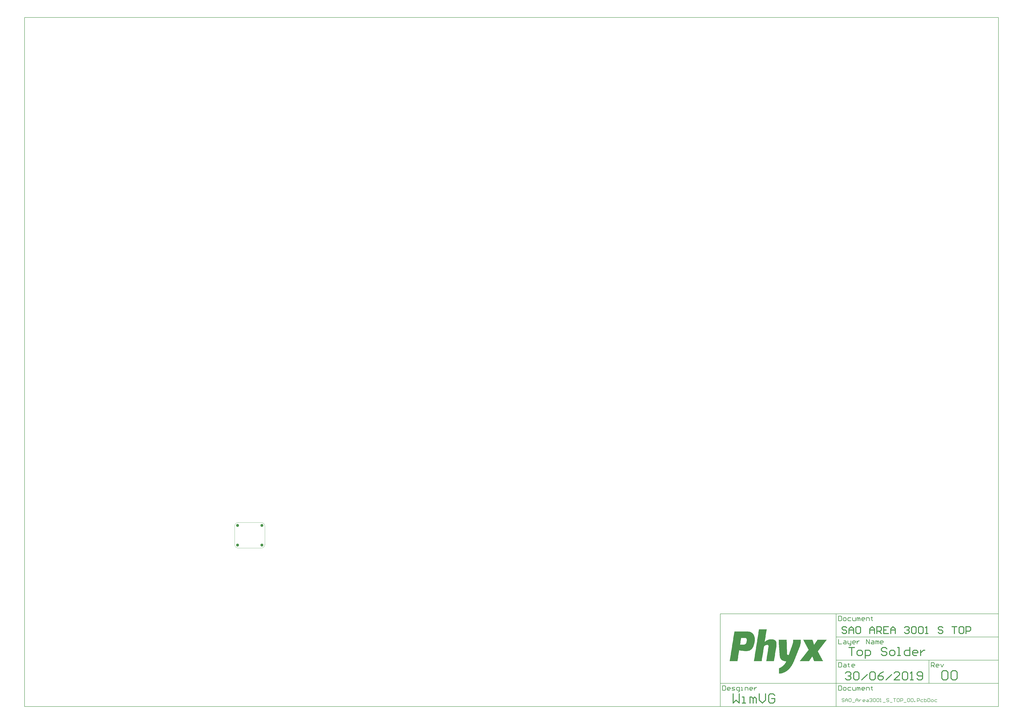
<source format=gts>
G04*
G04 #@! TF.GenerationSoftware,Altium Limited,Altium Designer,18.1.11 (251)*
G04*
G04 Layer_Color=8388736*
%FSLAX25Y25*%
%MOIN*%
G70*
G01*
G75*
%ADD10C,0.01575*%
%ADD11C,0.00394*%
%ADD12C,0.00787*%
%ADD13C,0.00984*%
%ADD14C,0.05118*%
G36*
X1005337Y-155808D02*
X1005050D01*
Y-156094D01*
X1004764D01*
Y-156380D01*
Y-156667D01*
X1004478D01*
Y-156953D01*
X1004192D01*
Y-157239D01*
X1003905D01*
Y-157526D01*
Y-157812D01*
X1003619D01*
Y-158098D01*
X1003333D01*
Y-158385D01*
X1003046D01*
Y-158671D01*
X1002760D01*
Y-158957D01*
Y-159244D01*
X1002474D01*
Y-159530D01*
X1002187D01*
Y-159816D01*
X1001901D01*
Y-160102D01*
Y-160389D01*
X1001615D01*
Y-160675D01*
X1001328D01*
Y-160961D01*
X1001042D01*
Y-161248D01*
X1000756D01*
Y-161534D01*
Y-161820D01*
X1000469D01*
Y-162107D01*
X1000183D01*
Y-162393D01*
X999897D01*
Y-162679D01*
Y-162966D01*
X999611D01*
Y-163252D01*
X999324D01*
Y-163538D01*
X999038D01*
Y-163824D01*
Y-164111D01*
X998752D01*
Y-164397D01*
X998465D01*
Y-164683D01*
X998179D01*
Y-164970D01*
X997893D01*
Y-165256D01*
Y-165542D01*
X997606D01*
Y-165829D01*
X997320D01*
Y-166115D01*
X997034D01*
Y-166401D01*
Y-166688D01*
X996747D01*
Y-166974D01*
X996461D01*
Y-167260D01*
X996175D01*
Y-167547D01*
Y-167833D01*
X995889D01*
Y-168119D01*
X995602D01*
Y-168405D01*
X995316D01*
Y-168692D01*
X995030D01*
Y-168978D01*
Y-169264D01*
X994743D01*
Y-169551D01*
X994457D01*
Y-169837D01*
X994171D01*
Y-170123D01*
Y-170410D01*
X993884D01*
Y-170696D01*
X993598D01*
Y-170982D01*
X993312D01*
Y-171269D01*
Y-171555D01*
X993025D01*
Y-171841D01*
X992739D01*
Y-172127D01*
X992453D01*
Y-172414D01*
X992166D01*
Y-172700D01*
Y-172986D01*
X991880D01*
Y-173273D01*
X991594D01*
Y-173559D01*
X991308D01*
Y-173845D01*
Y-174132D01*
X991021D01*
Y-174418D01*
X990735D01*
Y-174704D01*
X990449D01*
Y-174991D01*
X990162D01*
Y-175277D01*
Y-175563D01*
X990449D01*
Y-175850D01*
Y-176136D01*
X990735D01*
Y-176422D01*
Y-176709D01*
X991021D01*
Y-176995D01*
X991308D01*
Y-177281D01*
Y-177568D01*
X991594D01*
Y-177854D01*
Y-178140D01*
X991880D01*
Y-178426D01*
Y-178713D01*
X992166D01*
Y-178999D01*
Y-179285D01*
X992453D01*
Y-179572D01*
Y-179858D01*
X992739D01*
Y-180144D01*
Y-180431D01*
X993025D01*
Y-180717D01*
Y-181003D01*
X993312D01*
Y-181290D01*
Y-181576D01*
X993598D01*
Y-181862D01*
X993884D01*
Y-182149D01*
Y-182435D01*
X994171D01*
Y-182721D01*
Y-183007D01*
X994457D01*
Y-183294D01*
Y-183580D01*
X994743D01*
Y-183866D01*
Y-184153D01*
X995030D01*
Y-184439D01*
Y-184725D01*
X995316D01*
Y-185012D01*
Y-185298D01*
X995602D01*
Y-185584D01*
Y-185871D01*
X995889D01*
Y-186157D01*
X996175D01*
Y-186443D01*
Y-186730D01*
X996461D01*
Y-187016D01*
Y-187302D01*
X996747D01*
Y-187588D01*
Y-187875D01*
X997034D01*
Y-188161D01*
Y-188447D01*
X997320D01*
Y-188734D01*
Y-189020D01*
X997606D01*
Y-189306D01*
Y-189593D01*
X997893D01*
Y-189879D01*
Y-190165D01*
X998179D01*
Y-190452D01*
X998465D01*
Y-190738D01*
Y-191024D01*
X998752D01*
Y-191311D01*
Y-191597D01*
X999038D01*
Y-191883D01*
X983863D01*
Y-191597D01*
X983577D01*
Y-191311D01*
Y-191024D01*
Y-190738D01*
X983291D01*
Y-190452D01*
Y-190165D01*
Y-189879D01*
X983004D01*
Y-189593D01*
Y-189306D01*
X982718D01*
Y-189020D01*
Y-188734D01*
Y-188447D01*
X982432D01*
Y-188161D01*
Y-187875D01*
Y-187588D01*
X982146D01*
Y-187302D01*
Y-187016D01*
X981859D01*
Y-186730D01*
Y-186443D01*
Y-186157D01*
X981573D01*
Y-185871D01*
Y-185584D01*
Y-185298D01*
X981287D01*
Y-185012D01*
Y-184725D01*
Y-184439D01*
X981000D01*
Y-184153D01*
X980428D01*
Y-184439D01*
Y-184725D01*
X980141D01*
Y-185012D01*
X979855D01*
Y-185298D01*
Y-185584D01*
X979569D01*
Y-185871D01*
X979282D01*
Y-186157D01*
Y-186443D01*
X978996D01*
Y-186730D01*
X978710D01*
Y-187016D01*
Y-187302D01*
X978423D01*
Y-187588D01*
X978137D01*
Y-187875D01*
X977851D01*
Y-188161D01*
Y-188447D01*
X977565D01*
Y-188734D01*
X977278D01*
Y-189020D01*
Y-189306D01*
X976992D01*
Y-189593D01*
X976705D01*
Y-189879D01*
Y-190165D01*
X976419D01*
Y-190452D01*
X976133D01*
Y-190738D01*
Y-191024D01*
X975847D01*
Y-191311D01*
X975560D01*
Y-191597D01*
Y-191883D01*
X959527D01*
Y-191597D01*
X959813D01*
Y-191311D01*
X960099D01*
Y-191024D01*
X960386D01*
Y-190738D01*
X960672D01*
Y-190452D01*
Y-190165D01*
X960958D01*
Y-189879D01*
X961245D01*
Y-189593D01*
X961531D01*
Y-189306D01*
X961817D01*
Y-189020D01*
Y-188734D01*
X962104D01*
Y-188447D01*
X962390D01*
Y-188161D01*
X962676D01*
Y-187875D01*
Y-187588D01*
X962963D01*
Y-187302D01*
X963249D01*
Y-187016D01*
X963535D01*
Y-186730D01*
X963822D01*
Y-186443D01*
Y-186157D01*
X964108D01*
Y-185871D01*
X964394D01*
Y-185584D01*
X964680D01*
Y-185298D01*
X964967D01*
Y-185012D01*
Y-184725D01*
X965253D01*
Y-184439D01*
X965539D01*
Y-184153D01*
X965826D01*
Y-183866D01*
Y-183580D01*
X966112D01*
Y-183294D01*
X966398D01*
Y-183007D01*
X966685D01*
Y-182721D01*
X966971D01*
Y-182435D01*
Y-182149D01*
X967257D01*
Y-181862D01*
X967544D01*
Y-181576D01*
X967830D01*
Y-181290D01*
Y-181003D01*
X968116D01*
Y-180717D01*
X968402D01*
Y-180431D01*
X968689D01*
Y-180144D01*
X968975D01*
Y-179858D01*
Y-179572D01*
X969261D01*
Y-179285D01*
X969548D01*
Y-178999D01*
X969834D01*
Y-178713D01*
Y-178426D01*
X970120D01*
Y-178140D01*
X970407D01*
Y-177854D01*
X970693D01*
Y-177568D01*
X970979D01*
Y-177281D01*
Y-176995D01*
X971266D01*
Y-176709D01*
X971552D01*
Y-176422D01*
X971838D01*
Y-176136D01*
X972124D01*
Y-175850D01*
Y-175563D01*
X972411D01*
Y-175277D01*
X972697D01*
Y-174991D01*
X972983D01*
Y-174704D01*
Y-174418D01*
X973270D01*
Y-174132D01*
X973556D01*
Y-173845D01*
X973842D01*
Y-173559D01*
X974129D01*
Y-173273D01*
Y-172986D01*
X974415D01*
Y-172700D01*
Y-172414D01*
Y-172127D01*
X974129D01*
Y-171841D01*
X973842D01*
Y-171555D01*
Y-171269D01*
X973556D01*
Y-170982D01*
Y-170696D01*
X973270D01*
Y-170410D01*
Y-170123D01*
X972983D01*
Y-169837D01*
Y-169551D01*
X972697D01*
Y-169264D01*
Y-168978D01*
X972411D01*
Y-168692D01*
Y-168405D01*
X972124D01*
Y-168119D01*
X971838D01*
Y-167833D01*
Y-167547D01*
X971552D01*
Y-167260D01*
Y-166974D01*
X971266D01*
Y-166688D01*
Y-166401D01*
X970979D01*
Y-166115D01*
Y-165829D01*
X970693D01*
Y-165542D01*
Y-165256D01*
X970407D01*
Y-164970D01*
Y-164683D01*
X970120D01*
Y-164397D01*
X969834D01*
Y-164111D01*
Y-163824D01*
X969548D01*
Y-163538D01*
Y-163252D01*
X969261D01*
Y-162966D01*
Y-162679D01*
X968975D01*
Y-162393D01*
Y-162107D01*
X968689D01*
Y-161820D01*
Y-161534D01*
X968402D01*
Y-161248D01*
Y-160961D01*
X968116D01*
Y-160675D01*
Y-160389D01*
X967830D01*
Y-160102D01*
X967544D01*
Y-159816D01*
Y-159530D01*
X967257D01*
Y-159244D01*
Y-158957D01*
X966971D01*
Y-158671D01*
Y-158385D01*
X966685D01*
Y-158098D01*
Y-157812D01*
X966398D01*
Y-157526D01*
Y-157239D01*
X966112D01*
Y-156953D01*
Y-156667D01*
X965826D01*
Y-156380D01*
X965539D01*
Y-156094D01*
Y-155808D01*
X965253D01*
Y-155521D01*
X981000D01*
Y-155808D01*
X981287D01*
Y-156094D01*
Y-156380D01*
Y-156667D01*
X981573D01*
Y-156953D01*
Y-157239D01*
Y-157526D01*
X981859D01*
Y-157812D01*
Y-158098D01*
Y-158385D01*
X982146D01*
Y-158671D01*
Y-158957D01*
Y-159244D01*
X982432D01*
Y-159530D01*
Y-159816D01*
Y-160102D01*
X982718D01*
Y-160389D01*
Y-160675D01*
Y-160961D01*
X983004D01*
Y-161248D01*
Y-161534D01*
Y-161820D01*
X983291D01*
Y-162107D01*
Y-162393D01*
Y-162679D01*
X983577D01*
Y-162966D01*
Y-163252D01*
Y-163538D01*
Y-163824D01*
X984150D01*
Y-163538D01*
X984436D01*
Y-163252D01*
X984722D01*
Y-162966D01*
Y-162679D01*
X985009D01*
Y-162393D01*
X985295D01*
Y-162107D01*
Y-161820D01*
X985581D01*
Y-161534D01*
X985868D01*
Y-161248D01*
Y-160961D01*
X986154D01*
Y-160675D01*
X986440D01*
Y-160389D01*
Y-160102D01*
X986726D01*
Y-159816D01*
X987013D01*
Y-159530D01*
Y-159244D01*
X987299D01*
Y-158957D01*
X987585D01*
Y-158671D01*
Y-158385D01*
X987872D01*
Y-158098D01*
X988158D01*
Y-157812D01*
Y-157526D01*
X988444D01*
Y-157239D01*
X988731D01*
Y-156953D01*
Y-156667D01*
X989017D01*
Y-156380D01*
X989303D01*
Y-156094D01*
Y-155808D01*
X989590D01*
Y-155521D01*
X1005337D01*
Y-155808D01*
D02*
G37*
G36*
X872201Y-141778D02*
X873919D01*
Y-142065D01*
X874778D01*
Y-142351D01*
X875637D01*
Y-142637D01*
X876496D01*
Y-142924D01*
X877069D01*
Y-143210D01*
X877355D01*
Y-143496D01*
X877928D01*
Y-143783D01*
X878214D01*
Y-144069D01*
X878786D01*
Y-144355D01*
X879073D01*
Y-144641D01*
X879359D01*
Y-144928D01*
X879646D01*
Y-145214D01*
X879932D01*
Y-145501D01*
X880218D01*
Y-145787D01*
X880504D01*
Y-146073D01*
Y-146359D01*
X880791D01*
Y-146646D01*
X881077D01*
Y-146932D01*
Y-147218D01*
X881363D01*
Y-147505D01*
X881650D01*
Y-147791D01*
Y-148077D01*
X881936D01*
Y-148364D01*
Y-148650D01*
Y-148936D01*
X882222D01*
Y-149223D01*
Y-149509D01*
Y-149795D01*
X882509D01*
Y-150082D01*
Y-150368D01*
Y-150654D01*
Y-150940D01*
X882795D01*
Y-151227D01*
Y-151513D01*
Y-151799D01*
Y-152086D01*
Y-152372D01*
X883081D01*
Y-152658D01*
Y-152945D01*
Y-153231D01*
Y-153517D01*
Y-153804D01*
Y-154090D01*
Y-154376D01*
Y-154663D01*
Y-154949D01*
Y-155235D01*
Y-155521D01*
Y-155808D01*
Y-156094D01*
Y-156380D01*
Y-156667D01*
Y-156953D01*
Y-157239D01*
Y-157526D01*
Y-157812D01*
Y-158098D01*
X882795D01*
Y-158385D01*
Y-158671D01*
Y-158957D01*
Y-159244D01*
Y-159530D01*
Y-159816D01*
Y-160102D01*
X882509D01*
Y-160389D01*
Y-160675D01*
Y-160961D01*
Y-161248D01*
Y-161534D01*
X882222D01*
Y-161820D01*
Y-162107D01*
Y-162393D01*
Y-162679D01*
Y-162966D01*
X881936D01*
Y-163252D01*
Y-163538D01*
Y-163824D01*
X881650D01*
Y-164111D01*
Y-164397D01*
Y-164683D01*
Y-164970D01*
X881363D01*
Y-165256D01*
Y-165542D01*
Y-165829D01*
X881077D01*
Y-166115D01*
Y-166401D01*
X880791D01*
Y-166688D01*
Y-166974D01*
Y-167260D01*
X880504D01*
Y-167547D01*
Y-167833D01*
X880218D01*
Y-168119D01*
Y-168405D01*
X879932D01*
Y-168692D01*
Y-168978D01*
X879646D01*
Y-169264D01*
X879359D01*
Y-169551D01*
Y-169837D01*
X879073D01*
Y-170123D01*
X878786D01*
Y-170410D01*
X878500D01*
Y-170696D01*
Y-170982D01*
X878214D01*
Y-171269D01*
X877928D01*
Y-171555D01*
X877641D01*
Y-171841D01*
X877355D01*
Y-172127D01*
X877069D01*
Y-172414D01*
X876496D01*
Y-172700D01*
X876210D01*
Y-172986D01*
X875637D01*
Y-173273D01*
X875351D01*
Y-173559D01*
X874778D01*
Y-173845D01*
X873919D01*
Y-174132D01*
X873060D01*
Y-174418D01*
X872201D01*
Y-174704D01*
X870483D01*
Y-174991D01*
X865330D01*
Y-174704D01*
X862753D01*
Y-174418D01*
X860749D01*
Y-174132D01*
X859317D01*
Y-173845D01*
X857886D01*
Y-173559D01*
X856454D01*
Y-173845D01*
Y-174132D01*
Y-174418D01*
Y-174704D01*
Y-174991D01*
Y-175277D01*
Y-175563D01*
X856168D01*
Y-175850D01*
Y-176136D01*
Y-176422D01*
Y-176709D01*
Y-176995D01*
Y-177281D01*
X855882D01*
Y-177568D01*
Y-177854D01*
Y-178140D01*
Y-178426D01*
Y-178713D01*
Y-178999D01*
X855595D01*
Y-179285D01*
Y-179572D01*
Y-179858D01*
Y-180144D01*
Y-180431D01*
Y-180717D01*
Y-181003D01*
X855309D01*
Y-181290D01*
Y-181576D01*
Y-181862D01*
Y-182149D01*
Y-182435D01*
Y-182721D01*
X855023D01*
Y-183007D01*
Y-183294D01*
Y-183580D01*
Y-183866D01*
Y-184153D01*
Y-184439D01*
X854736D01*
Y-184725D01*
Y-185012D01*
Y-185298D01*
Y-185584D01*
Y-185871D01*
Y-186157D01*
Y-186443D01*
X854450D01*
Y-186730D01*
Y-187016D01*
Y-187302D01*
Y-187588D01*
Y-187875D01*
Y-188161D01*
X854164D01*
Y-188447D01*
Y-188734D01*
Y-189020D01*
Y-189306D01*
Y-189593D01*
Y-189879D01*
X853877D01*
Y-190165D01*
Y-190452D01*
Y-190738D01*
Y-191024D01*
Y-191311D01*
Y-191597D01*
Y-191883D01*
X840421D01*
Y-191597D01*
X840707D01*
Y-191311D01*
Y-191024D01*
Y-190738D01*
Y-190452D01*
Y-190165D01*
X840993D01*
Y-189879D01*
Y-189593D01*
Y-189306D01*
Y-189020D01*
Y-188734D01*
Y-188447D01*
Y-188161D01*
X841280D01*
Y-187875D01*
Y-187588D01*
Y-187302D01*
Y-187016D01*
Y-186730D01*
Y-186443D01*
X841566D01*
Y-186157D01*
Y-185871D01*
Y-185584D01*
Y-185298D01*
Y-185012D01*
Y-184725D01*
X841852D01*
Y-184439D01*
Y-184153D01*
Y-183866D01*
Y-183580D01*
Y-183294D01*
Y-183007D01*
Y-182721D01*
X842138D01*
Y-182435D01*
Y-182149D01*
Y-181862D01*
Y-181576D01*
Y-181290D01*
Y-181003D01*
X842425D01*
Y-180717D01*
Y-180431D01*
Y-180144D01*
Y-179858D01*
Y-179572D01*
Y-179285D01*
X842711D01*
Y-178999D01*
Y-178713D01*
Y-178426D01*
Y-178140D01*
Y-177854D01*
Y-177568D01*
X842997D01*
Y-177281D01*
Y-176995D01*
Y-176709D01*
Y-176422D01*
Y-176136D01*
Y-175850D01*
Y-175563D01*
X843284D01*
Y-175277D01*
Y-174991D01*
Y-174704D01*
Y-174418D01*
Y-174132D01*
Y-173845D01*
X843570D01*
Y-173559D01*
Y-173273D01*
Y-172986D01*
Y-172700D01*
Y-172414D01*
Y-172127D01*
X843856D01*
Y-171841D01*
Y-171555D01*
Y-171269D01*
Y-170982D01*
Y-170696D01*
Y-170410D01*
X844143D01*
Y-170123D01*
Y-169837D01*
Y-169551D01*
Y-169264D01*
Y-168978D01*
Y-168692D01*
Y-168405D01*
X844429D01*
Y-168119D01*
Y-167833D01*
Y-167547D01*
Y-167260D01*
Y-166974D01*
Y-166688D01*
X844715D01*
Y-166401D01*
Y-166115D01*
Y-165829D01*
Y-165542D01*
Y-165256D01*
Y-164970D01*
X845002D01*
Y-164683D01*
Y-164397D01*
Y-164111D01*
Y-163824D01*
Y-163538D01*
Y-163252D01*
Y-162966D01*
X845288D01*
Y-162679D01*
Y-162393D01*
Y-162107D01*
Y-161820D01*
Y-161534D01*
Y-161248D01*
X845574D01*
Y-160961D01*
Y-160675D01*
Y-160389D01*
Y-160102D01*
Y-159816D01*
Y-159530D01*
X845861D01*
Y-159244D01*
Y-158957D01*
Y-158671D01*
Y-158385D01*
Y-158098D01*
Y-157812D01*
X846147D01*
Y-157526D01*
Y-157239D01*
Y-156953D01*
Y-156667D01*
Y-156380D01*
Y-156094D01*
Y-155808D01*
X846433D01*
Y-155521D01*
Y-155235D01*
Y-154949D01*
Y-154663D01*
Y-154376D01*
Y-154090D01*
X846719D01*
Y-153804D01*
Y-153517D01*
Y-153231D01*
Y-152945D01*
Y-152658D01*
Y-152372D01*
X847006D01*
Y-152086D01*
Y-151799D01*
Y-151513D01*
Y-151227D01*
Y-150940D01*
Y-150654D01*
Y-150368D01*
X847292D01*
Y-150082D01*
Y-149795D01*
Y-149509D01*
Y-149223D01*
Y-148936D01*
Y-148650D01*
X847578D01*
Y-148364D01*
Y-148077D01*
Y-147791D01*
Y-147505D01*
Y-147218D01*
Y-146932D01*
X847865D01*
Y-146646D01*
Y-146359D01*
Y-146073D01*
Y-145787D01*
Y-145501D01*
Y-145214D01*
Y-144928D01*
X848151D01*
Y-144641D01*
Y-144355D01*
Y-144069D01*
Y-143783D01*
Y-143496D01*
Y-143210D01*
X848437D01*
Y-142924D01*
Y-142637D01*
Y-142351D01*
Y-142065D01*
Y-141778D01*
Y-141492D01*
X872201D01*
Y-141778D01*
D02*
G37*
G36*
X961245Y-155808D02*
Y-156094D01*
Y-156380D01*
Y-156667D01*
Y-156953D01*
Y-157239D01*
Y-157526D01*
Y-157812D01*
Y-158098D01*
Y-158385D01*
Y-158671D01*
Y-158957D01*
Y-159244D01*
Y-159530D01*
Y-159816D01*
Y-160102D01*
Y-160389D01*
Y-160675D01*
Y-160961D01*
Y-161248D01*
Y-161534D01*
X960958D01*
Y-161820D01*
Y-162107D01*
Y-162393D01*
Y-162679D01*
Y-162966D01*
X960672D01*
Y-163252D01*
Y-163538D01*
Y-163824D01*
Y-164111D01*
X960386D01*
Y-164397D01*
Y-164683D01*
Y-164970D01*
Y-165256D01*
X960099D01*
Y-165542D01*
Y-165829D01*
Y-166115D01*
X959813D01*
Y-166401D01*
Y-166688D01*
Y-166974D01*
X959527D01*
Y-167260D01*
Y-167547D01*
Y-167833D01*
X959241D01*
Y-168119D01*
Y-168405D01*
Y-168692D01*
X958954D01*
Y-168978D01*
Y-169264D01*
X958668D01*
Y-169551D01*
Y-169837D01*
X958381D01*
Y-170123D01*
Y-170410D01*
Y-170696D01*
X958095D01*
Y-170982D01*
Y-171269D01*
X957809D01*
Y-171555D01*
Y-171841D01*
Y-172127D01*
X957523D01*
Y-172414D01*
Y-172700D01*
X957236D01*
Y-172986D01*
Y-173273D01*
Y-173559D01*
X956950D01*
Y-173845D01*
Y-174132D01*
X956664D01*
Y-174418D01*
Y-174704D01*
Y-174991D01*
X956377D01*
Y-175277D01*
Y-175563D01*
X956091D01*
Y-175850D01*
Y-176136D01*
Y-176422D01*
X955805D01*
Y-176709D01*
Y-176995D01*
X955518D01*
Y-177281D01*
Y-177568D01*
Y-177854D01*
X955232D01*
Y-178140D01*
Y-178426D01*
X954946D01*
Y-178713D01*
Y-178999D01*
Y-179285D01*
X954659D01*
Y-179572D01*
Y-179858D01*
X954373D01*
Y-180144D01*
Y-180431D01*
Y-180717D01*
X954087D01*
Y-181003D01*
Y-181290D01*
X953800D01*
Y-181576D01*
Y-181862D01*
Y-182149D01*
X953514D01*
Y-182435D01*
Y-182721D01*
X953228D01*
Y-183007D01*
Y-183294D01*
Y-183580D01*
X952942D01*
Y-183866D01*
Y-184153D01*
X952655D01*
Y-184439D01*
Y-184725D01*
Y-185012D01*
X952369D01*
Y-185298D01*
Y-185584D01*
X952083D01*
Y-185871D01*
Y-186157D01*
Y-186443D01*
X951796D01*
Y-186730D01*
Y-187016D01*
X951510D01*
Y-187302D01*
Y-187588D01*
Y-187875D01*
X951224D01*
Y-188161D01*
Y-188447D01*
X950937D01*
Y-188734D01*
Y-189020D01*
Y-189306D01*
X950651D01*
Y-189593D01*
Y-189879D01*
X950365D01*
Y-190165D01*
Y-190452D01*
Y-190738D01*
X950078D01*
Y-191024D01*
Y-191311D01*
X949792D01*
Y-191597D01*
Y-191883D01*
Y-192169D01*
X949506D01*
Y-192456D01*
Y-192742D01*
X949220D01*
Y-193028D01*
Y-193315D01*
X948933D01*
Y-193601D01*
Y-193887D01*
X948647D01*
Y-194174D01*
Y-194460D01*
Y-194746D01*
X948361D01*
Y-195033D01*
X948074D01*
Y-195319D01*
Y-195605D01*
Y-195891D01*
X947788D01*
Y-196178D01*
X947502D01*
Y-196464D01*
Y-196750D01*
X947215D01*
Y-197037D01*
Y-197323D01*
X946929D01*
Y-197609D01*
Y-197896D01*
X946643D01*
Y-198182D01*
Y-198468D01*
X946356D01*
Y-198755D01*
X946070D01*
Y-199041D01*
Y-199327D01*
X945784D01*
Y-199614D01*
Y-199900D01*
X945497D01*
Y-200186D01*
X945211D01*
Y-200472D01*
X944925D01*
Y-200759D01*
Y-201045D01*
X944639D01*
Y-201331D01*
X944352D01*
Y-201618D01*
Y-201904D01*
X944066D01*
Y-202190D01*
X943780D01*
Y-202477D01*
X943493D01*
Y-202763D01*
Y-203049D01*
X943207D01*
Y-203336D01*
X942921D01*
Y-203622D01*
X942634D01*
Y-203908D01*
X942348D01*
Y-204195D01*
X942062D01*
Y-204481D01*
Y-204767D01*
X941775D01*
Y-205053D01*
X941489D01*
Y-205340D01*
X941203D01*
Y-205626D01*
X940916D01*
Y-205912D01*
X940630D01*
Y-206199D01*
X940344D01*
Y-206485D01*
X940057D01*
Y-206771D01*
X939485D01*
Y-207058D01*
X939199D01*
Y-207344D01*
X938912D01*
Y-207630D01*
X938626D01*
Y-207917D01*
X938340D01*
Y-208203D01*
X937767D01*
Y-208489D01*
X937481D01*
Y-208776D01*
X936908D01*
Y-209062D01*
X936622D01*
Y-209348D01*
X936049D01*
Y-209634D01*
X935763D01*
Y-209921D01*
X935190D01*
Y-210207D01*
X934618D01*
Y-210493D01*
X934045D01*
Y-210780D01*
X933472D01*
Y-211066D01*
X932900D01*
Y-211352D01*
X932041D01*
Y-211639D01*
X931468D01*
Y-211925D01*
X930609D01*
Y-212211D01*
X929464D01*
Y-212498D01*
X928319D01*
Y-212784D01*
X926601D01*
Y-213070D01*
X924597D01*
Y-213357D01*
X924310D01*
Y-213070D01*
Y-212784D01*
Y-212498D01*
Y-212211D01*
Y-211925D01*
Y-211639D01*
Y-211352D01*
Y-211066D01*
Y-210780D01*
Y-210493D01*
Y-210207D01*
Y-209921D01*
Y-209634D01*
Y-209348D01*
Y-209062D01*
Y-208776D01*
Y-208489D01*
Y-208203D01*
Y-207917D01*
Y-207630D01*
Y-207344D01*
Y-207058D01*
Y-206771D01*
Y-206485D01*
Y-206199D01*
Y-205912D01*
Y-205626D01*
Y-205340D01*
Y-205053D01*
Y-204767D01*
Y-204481D01*
Y-204195D01*
Y-203908D01*
X924883D01*
Y-203622D01*
X925455D01*
Y-203336D01*
X926028D01*
Y-203049D01*
X926601D01*
Y-202763D01*
X927173D01*
Y-202477D01*
X927746D01*
Y-202190D01*
X928032D01*
Y-201904D01*
X928605D01*
Y-201618D01*
X928891D01*
Y-201331D01*
X929464D01*
Y-201045D01*
X929750D01*
Y-200759D01*
X930037D01*
Y-200472D01*
X930609D01*
Y-200186D01*
X930896D01*
Y-199900D01*
X931182D01*
Y-199614D01*
X931468D01*
Y-199327D01*
X931754D01*
Y-199041D01*
X932041D01*
Y-198755D01*
X932327D01*
Y-198468D01*
X932613D01*
Y-198182D01*
X932900D01*
Y-197896D01*
X933186D01*
Y-197609D01*
X933472D01*
Y-197323D01*
X933759D01*
Y-197037D01*
Y-196750D01*
X934045D01*
Y-196464D01*
X934331D01*
Y-196178D01*
X934618D01*
Y-195891D01*
Y-195605D01*
X934904D01*
Y-195319D01*
X935190D01*
Y-195033D01*
Y-194746D01*
X935476D01*
Y-194460D01*
Y-194174D01*
X935763D01*
Y-193887D01*
X936049D01*
Y-193601D01*
Y-193315D01*
X936335D01*
Y-193028D01*
Y-192742D01*
X936622D01*
Y-192456D01*
Y-192169D01*
X934904D01*
Y-191883D01*
X932900D01*
Y-191597D01*
X931754D01*
Y-191311D01*
X931182D01*
Y-191024D01*
X930323D01*
Y-190738D01*
X929750D01*
Y-190452D01*
X929464D01*
Y-190165D01*
X928891D01*
Y-189879D01*
X928605D01*
Y-189593D01*
X928319D01*
Y-189306D01*
X928032D01*
Y-189020D01*
X927746D01*
Y-188734D01*
X927460D01*
Y-188447D01*
Y-188161D01*
X927173D01*
Y-187875D01*
X926887D01*
Y-187588D01*
Y-187302D01*
X926601D01*
Y-187016D01*
Y-186730D01*
X926315D01*
Y-186443D01*
Y-186157D01*
X926028D01*
Y-185871D01*
Y-185584D01*
Y-185298D01*
X925742D01*
Y-185012D01*
Y-184725D01*
Y-184439D01*
Y-184153D01*
X925455D01*
Y-183866D01*
Y-183580D01*
Y-183294D01*
Y-183007D01*
Y-182721D01*
Y-182435D01*
Y-182149D01*
X925169D01*
Y-181862D01*
Y-181576D01*
Y-181290D01*
Y-181003D01*
Y-180717D01*
Y-180431D01*
Y-180144D01*
Y-179858D01*
Y-179572D01*
Y-179285D01*
Y-178999D01*
Y-178713D01*
Y-178426D01*
Y-178140D01*
Y-177854D01*
X924883D01*
Y-177568D01*
Y-177281D01*
Y-176995D01*
Y-176709D01*
Y-176422D01*
Y-176136D01*
Y-175850D01*
Y-175563D01*
Y-175277D01*
Y-174991D01*
Y-174704D01*
Y-174418D01*
Y-174132D01*
Y-173845D01*
Y-173559D01*
X924597D01*
Y-173273D01*
Y-172986D01*
Y-172700D01*
Y-172414D01*
Y-172127D01*
Y-171841D01*
Y-171555D01*
Y-171269D01*
Y-170982D01*
Y-170696D01*
Y-170410D01*
Y-170123D01*
Y-169837D01*
Y-169551D01*
Y-169264D01*
Y-168978D01*
X924310D01*
Y-168692D01*
Y-168405D01*
Y-168119D01*
Y-167833D01*
Y-167547D01*
Y-167260D01*
Y-166974D01*
Y-166688D01*
Y-166401D01*
Y-166115D01*
Y-165829D01*
Y-165542D01*
Y-165256D01*
Y-164970D01*
Y-164683D01*
Y-164397D01*
X924024D01*
Y-164111D01*
Y-163824D01*
Y-163538D01*
Y-163252D01*
Y-162966D01*
Y-162679D01*
Y-162393D01*
Y-162107D01*
Y-161820D01*
Y-161534D01*
Y-161248D01*
Y-160961D01*
Y-160675D01*
Y-160389D01*
X923738D01*
Y-160102D01*
Y-159816D01*
Y-159530D01*
Y-159244D01*
Y-158957D01*
Y-158671D01*
Y-158385D01*
Y-158098D01*
Y-157812D01*
Y-157526D01*
Y-157239D01*
Y-156953D01*
Y-156667D01*
Y-156380D01*
Y-156094D01*
Y-155808D01*
X923451D01*
Y-155521D01*
X937194D01*
Y-155808D01*
Y-156094D01*
Y-156380D01*
Y-156667D01*
Y-156953D01*
Y-157239D01*
Y-157526D01*
Y-157812D01*
Y-158098D01*
Y-158385D01*
Y-158671D01*
Y-158957D01*
Y-159244D01*
Y-159530D01*
X937481D01*
Y-159816D01*
Y-160102D01*
Y-160389D01*
Y-160675D01*
Y-160961D01*
Y-161248D01*
Y-161534D01*
Y-161820D01*
Y-162107D01*
Y-162393D01*
Y-162679D01*
Y-162966D01*
Y-163252D01*
Y-163538D01*
Y-163824D01*
Y-164111D01*
Y-164397D01*
Y-164683D01*
Y-164970D01*
Y-165256D01*
Y-165542D01*
Y-165829D01*
Y-166115D01*
Y-166401D01*
Y-166688D01*
Y-166974D01*
Y-167260D01*
Y-167547D01*
Y-167833D01*
Y-168119D01*
Y-168405D01*
Y-168692D01*
Y-168978D01*
Y-169264D01*
Y-169551D01*
Y-169837D01*
Y-170123D01*
Y-170410D01*
Y-170696D01*
Y-170982D01*
Y-171269D01*
X937767D01*
Y-171555D01*
X937481D01*
Y-171841D01*
Y-172127D01*
X937767D01*
Y-172414D01*
Y-172700D01*
Y-172986D01*
Y-173273D01*
Y-173559D01*
Y-173845D01*
Y-174132D01*
Y-174418D01*
Y-174704D01*
Y-174991D01*
Y-175277D01*
Y-175563D01*
Y-175850D01*
Y-176136D01*
Y-176422D01*
Y-176709D01*
Y-176995D01*
Y-177281D01*
Y-177568D01*
Y-177854D01*
Y-178140D01*
Y-178426D01*
Y-178713D01*
Y-178999D01*
Y-179285D01*
Y-179572D01*
X938053D01*
Y-179858D01*
Y-180144D01*
Y-180431D01*
X938340D01*
Y-180717D01*
X938626D01*
Y-181003D01*
X938912D01*
Y-181290D01*
X939771D01*
Y-181576D01*
X940630D01*
Y-181290D01*
X940916D01*
Y-181003D01*
Y-180717D01*
Y-180431D01*
X941203D01*
Y-180144D01*
Y-179858D01*
X941489D01*
Y-179572D01*
Y-179285D01*
Y-178999D01*
X941775D01*
Y-178713D01*
Y-178426D01*
Y-178140D01*
X942062D01*
Y-177854D01*
Y-177568D01*
Y-177281D01*
X942348D01*
Y-176995D01*
Y-176709D01*
Y-176422D01*
X942634D01*
Y-176136D01*
Y-175850D01*
X942921D01*
Y-175563D01*
Y-175277D01*
Y-174991D01*
X943207D01*
Y-174704D01*
Y-174418D01*
Y-174132D01*
X943493D01*
Y-173845D01*
Y-173559D01*
Y-173273D01*
X943780D01*
Y-172986D01*
Y-172700D01*
X944066D01*
Y-172414D01*
Y-172127D01*
Y-171841D01*
X944352D01*
Y-171555D01*
Y-171269D01*
Y-170982D01*
X944639D01*
Y-170696D01*
Y-170410D01*
Y-170123D01*
X944925D01*
Y-169837D01*
Y-169551D01*
X945211D01*
Y-169264D01*
Y-168978D01*
Y-168692D01*
X945497D01*
Y-168405D01*
Y-168119D01*
Y-167833D01*
X945784D01*
Y-167547D01*
Y-167260D01*
Y-166974D01*
X946070D01*
Y-166688D01*
Y-166401D01*
X946356D01*
Y-166115D01*
Y-165829D01*
Y-165542D01*
X946643D01*
Y-165256D01*
Y-164970D01*
Y-164683D01*
X946929D01*
Y-164397D01*
Y-164111D01*
Y-163824D01*
X947215D01*
Y-163538D01*
Y-163252D01*
Y-162966D01*
Y-162679D01*
X947502D01*
Y-162393D01*
Y-162107D01*
Y-161820D01*
Y-161534D01*
X947788D01*
Y-161248D01*
Y-160961D01*
Y-160675D01*
Y-160389D01*
Y-160102D01*
X948074D01*
Y-159816D01*
Y-159530D01*
Y-159244D01*
Y-158957D01*
Y-158671D01*
Y-158385D01*
X948361D01*
Y-158098D01*
Y-157812D01*
Y-157526D01*
Y-157239D01*
Y-156953D01*
Y-156667D01*
Y-156380D01*
Y-156094D01*
Y-155808D01*
Y-155521D01*
X961245D01*
Y-155808D01*
D02*
G37*
G36*
X903409Y-138343D02*
Y-138629D01*
X903123D01*
Y-138915D01*
Y-139202D01*
Y-139488D01*
Y-139774D01*
Y-140060D01*
Y-140347D01*
X902837D01*
Y-140633D01*
Y-140919D01*
Y-141206D01*
Y-141492D01*
Y-141778D01*
Y-142065D01*
X902551D01*
Y-142351D01*
Y-142637D01*
Y-142924D01*
Y-143210D01*
Y-143496D01*
Y-143783D01*
Y-144069D01*
X902264D01*
Y-144355D01*
Y-144641D01*
Y-144928D01*
Y-145214D01*
Y-145501D01*
Y-145787D01*
X901978D01*
Y-146073D01*
Y-146359D01*
Y-146646D01*
Y-146932D01*
Y-147218D01*
Y-147505D01*
X901692D01*
Y-147791D01*
Y-148077D01*
Y-148364D01*
Y-148650D01*
Y-148936D01*
Y-149223D01*
Y-149509D01*
X901405D01*
Y-149795D01*
Y-150082D01*
Y-150368D01*
Y-150654D01*
Y-150940D01*
Y-151227D01*
X901119D01*
Y-151513D01*
Y-151799D01*
Y-152086D01*
Y-152372D01*
Y-152658D01*
Y-152945D01*
X900833D01*
Y-153231D01*
Y-153517D01*
Y-153804D01*
Y-154090D01*
Y-154376D01*
Y-154663D01*
X900546D01*
Y-154949D01*
Y-155235D01*
Y-155521D01*
Y-155808D01*
Y-156094D01*
Y-156380D01*
Y-156667D01*
X900260D01*
Y-156953D01*
Y-157239D01*
Y-157526D01*
Y-157812D01*
Y-158098D01*
Y-158385D01*
X899974D01*
Y-158671D01*
Y-158957D01*
X900546D01*
Y-158671D01*
X900833D01*
Y-158385D01*
X901119D01*
Y-158098D01*
X901692D01*
Y-157812D01*
X901978D01*
Y-157526D01*
X902264D01*
Y-157239D01*
X902837D01*
Y-156953D01*
X903409D01*
Y-156667D01*
X903696D01*
Y-156380D01*
X904268D01*
Y-156094D01*
X905127D01*
Y-155808D01*
X905700D01*
Y-155521D01*
X906559D01*
Y-155235D01*
X907990D01*
Y-154949D01*
X914289D01*
Y-155235D01*
X915435D01*
Y-155521D01*
X916294D01*
Y-155808D01*
X916866D01*
Y-156094D01*
X917153D01*
Y-156380D01*
X917725D01*
Y-156667D01*
X918011D01*
Y-156953D01*
X918298D01*
Y-157239D01*
X918584D01*
Y-157526D01*
X918870D01*
Y-157812D01*
Y-158098D01*
X919157D01*
Y-158385D01*
Y-158671D01*
X919443D01*
Y-158957D01*
Y-159244D01*
Y-159530D01*
X919729D01*
Y-159816D01*
Y-160102D01*
Y-160389D01*
Y-160675D01*
X920016D01*
Y-160961D01*
Y-161248D01*
Y-161534D01*
Y-161820D01*
Y-162107D01*
Y-162393D01*
Y-162679D01*
Y-162966D01*
Y-163252D01*
Y-163538D01*
Y-163824D01*
Y-164111D01*
Y-164397D01*
Y-164683D01*
Y-164970D01*
Y-165256D01*
Y-165542D01*
Y-165829D01*
X919729D01*
Y-166115D01*
Y-166401D01*
Y-166688D01*
Y-166974D01*
Y-167260D01*
Y-167547D01*
Y-167833D01*
X919443D01*
Y-168119D01*
Y-168405D01*
Y-168692D01*
Y-168978D01*
Y-169264D01*
Y-169551D01*
Y-169837D01*
X919157D01*
Y-170123D01*
Y-170410D01*
Y-170696D01*
Y-170982D01*
Y-171269D01*
Y-171555D01*
X918870D01*
Y-171841D01*
Y-172127D01*
Y-172414D01*
Y-172700D01*
Y-172986D01*
Y-173273D01*
X918584D01*
Y-173559D01*
Y-173845D01*
Y-174132D01*
Y-174418D01*
Y-174704D01*
Y-174991D01*
X918298D01*
Y-175277D01*
Y-175563D01*
Y-175850D01*
Y-176136D01*
Y-176422D01*
Y-176709D01*
Y-176995D01*
X918011D01*
Y-177281D01*
Y-177568D01*
Y-177854D01*
Y-178140D01*
Y-178426D01*
Y-178713D01*
X917725D01*
Y-178999D01*
Y-179285D01*
Y-179572D01*
Y-179858D01*
Y-180144D01*
Y-180431D01*
X917439D01*
Y-180717D01*
Y-181003D01*
Y-181290D01*
Y-181576D01*
Y-181862D01*
Y-182149D01*
Y-182435D01*
X917153D01*
Y-182721D01*
Y-183007D01*
Y-183294D01*
Y-183580D01*
Y-183866D01*
Y-184153D01*
X916866D01*
Y-184439D01*
Y-184725D01*
Y-185012D01*
Y-185298D01*
Y-185584D01*
Y-185871D01*
X916580D01*
Y-186157D01*
Y-186443D01*
Y-186730D01*
Y-187016D01*
Y-187302D01*
Y-187588D01*
X916294D01*
Y-187875D01*
Y-188161D01*
Y-188447D01*
Y-188734D01*
Y-189020D01*
Y-189306D01*
Y-189593D01*
X916007D01*
Y-189879D01*
Y-190165D01*
Y-190452D01*
Y-190738D01*
Y-191024D01*
Y-191311D01*
X915721D01*
Y-191597D01*
Y-191883D01*
X902551D01*
Y-191597D01*
Y-191311D01*
X902837D01*
Y-191024D01*
Y-190738D01*
Y-190452D01*
Y-190165D01*
Y-189879D01*
Y-189593D01*
X903123D01*
Y-189306D01*
Y-189020D01*
Y-188734D01*
Y-188447D01*
Y-188161D01*
Y-187875D01*
Y-187588D01*
X903409D01*
Y-187302D01*
Y-187016D01*
Y-186730D01*
Y-186443D01*
Y-186157D01*
Y-185871D01*
X903696D01*
Y-185584D01*
Y-185298D01*
Y-185012D01*
Y-184725D01*
Y-184439D01*
Y-184153D01*
X903982D01*
Y-183866D01*
Y-183580D01*
Y-183294D01*
Y-183007D01*
Y-182721D01*
Y-182435D01*
Y-182149D01*
X904268D01*
Y-181862D01*
Y-181576D01*
Y-181290D01*
Y-181003D01*
Y-180717D01*
Y-180431D01*
X904555D01*
Y-180144D01*
Y-179858D01*
Y-179572D01*
Y-179285D01*
Y-178999D01*
Y-178713D01*
Y-178426D01*
X904841D01*
Y-178140D01*
Y-177854D01*
Y-177568D01*
Y-177281D01*
Y-176995D01*
Y-176709D01*
X905127D01*
Y-176422D01*
Y-176136D01*
Y-175850D01*
Y-175563D01*
Y-175277D01*
Y-174991D01*
X905414D01*
Y-174704D01*
Y-174418D01*
Y-174132D01*
Y-173845D01*
Y-173559D01*
Y-173273D01*
X905700D01*
Y-172986D01*
Y-172700D01*
Y-172414D01*
Y-172127D01*
Y-171841D01*
Y-171555D01*
Y-171269D01*
X905986D01*
Y-170982D01*
Y-170696D01*
Y-170410D01*
Y-170123D01*
Y-169837D01*
Y-169551D01*
X906273D01*
Y-169264D01*
Y-168978D01*
Y-168692D01*
Y-168405D01*
Y-168119D01*
Y-167833D01*
Y-167547D01*
X906559D01*
Y-167260D01*
Y-166974D01*
Y-166688D01*
Y-166401D01*
Y-166115D01*
Y-165829D01*
X906273D01*
Y-165542D01*
Y-165256D01*
X905986D01*
Y-164970D01*
X905700D01*
Y-164683D01*
X905127D01*
Y-164397D01*
X903409D01*
Y-164683D01*
X901978D01*
Y-164970D01*
X901119D01*
Y-165256D01*
X900546D01*
Y-165542D01*
X900260D01*
Y-165829D01*
X899687D01*
Y-166115D01*
X899401D01*
Y-166401D01*
X899115D01*
Y-166688D01*
Y-166974D01*
X898828D01*
Y-167260D01*
Y-167547D01*
Y-167833D01*
X898542D01*
Y-168119D01*
Y-168405D01*
Y-168692D01*
Y-168978D01*
Y-169264D01*
Y-169551D01*
X898256D01*
Y-169837D01*
Y-170123D01*
Y-170410D01*
Y-170696D01*
Y-170982D01*
Y-171269D01*
Y-171555D01*
X897970D01*
Y-171841D01*
Y-172127D01*
Y-172414D01*
Y-172700D01*
Y-172986D01*
Y-173273D01*
X897683D01*
Y-173559D01*
Y-173845D01*
Y-174132D01*
Y-174418D01*
Y-174704D01*
Y-174991D01*
X897397D01*
Y-175277D01*
Y-175563D01*
Y-175850D01*
Y-176136D01*
Y-176422D01*
Y-176709D01*
X897111D01*
Y-176995D01*
Y-177281D01*
Y-177568D01*
Y-177854D01*
Y-178140D01*
Y-178426D01*
Y-178713D01*
X896824D01*
Y-178999D01*
Y-179285D01*
Y-179572D01*
Y-179858D01*
Y-180144D01*
Y-180431D01*
X896538D01*
Y-180717D01*
Y-181003D01*
Y-181290D01*
Y-181576D01*
Y-181862D01*
Y-182149D01*
X896252D01*
Y-182435D01*
Y-182721D01*
Y-183007D01*
Y-183294D01*
Y-183580D01*
Y-183866D01*
Y-184153D01*
X895965D01*
Y-184439D01*
Y-184725D01*
Y-185012D01*
Y-185298D01*
Y-185584D01*
Y-185871D01*
X895679D01*
Y-186157D01*
Y-186443D01*
Y-186730D01*
Y-187016D01*
Y-187302D01*
Y-187588D01*
X895393D01*
Y-187875D01*
Y-188161D01*
Y-188447D01*
Y-188734D01*
Y-189020D01*
Y-189306D01*
X895106D01*
Y-189593D01*
Y-189879D01*
Y-190165D01*
Y-190452D01*
Y-190738D01*
Y-191024D01*
Y-191311D01*
X894820D01*
Y-191597D01*
Y-191883D01*
X881650D01*
Y-191597D01*
Y-191311D01*
X881936D01*
Y-191024D01*
Y-190738D01*
Y-190452D01*
Y-190165D01*
Y-189879D01*
Y-189593D01*
Y-189306D01*
X882222D01*
Y-189020D01*
Y-188734D01*
Y-188447D01*
Y-188161D01*
Y-187875D01*
Y-187588D01*
X882509D01*
Y-187302D01*
Y-187016D01*
Y-186730D01*
Y-186443D01*
Y-186157D01*
Y-185871D01*
X882795D01*
Y-185584D01*
Y-185298D01*
Y-185012D01*
Y-184725D01*
Y-184439D01*
Y-184153D01*
Y-183866D01*
X883081D01*
Y-183580D01*
Y-183294D01*
Y-183007D01*
Y-182721D01*
Y-182435D01*
Y-182149D01*
X883368D01*
Y-181862D01*
Y-181576D01*
Y-181290D01*
Y-181003D01*
Y-180717D01*
Y-180431D01*
X883654D01*
Y-180144D01*
Y-179858D01*
Y-179572D01*
Y-179285D01*
Y-178999D01*
Y-178713D01*
X883940D01*
Y-178426D01*
Y-178140D01*
Y-177854D01*
Y-177568D01*
Y-177281D01*
Y-176995D01*
Y-176709D01*
X884227D01*
Y-176422D01*
Y-176136D01*
Y-175850D01*
Y-175563D01*
Y-175277D01*
Y-174991D01*
X884513D01*
Y-174704D01*
Y-174418D01*
Y-174132D01*
Y-173845D01*
Y-173559D01*
Y-173273D01*
X884799D01*
Y-172986D01*
Y-172700D01*
Y-172414D01*
Y-172127D01*
Y-171841D01*
Y-171555D01*
Y-171269D01*
X885085D01*
Y-170982D01*
Y-170696D01*
Y-170410D01*
Y-170123D01*
Y-169837D01*
Y-169551D01*
X885372D01*
Y-169264D01*
Y-168978D01*
Y-168692D01*
Y-168405D01*
Y-168119D01*
Y-167833D01*
X885658D01*
Y-167547D01*
Y-167260D01*
Y-166974D01*
Y-166688D01*
Y-166401D01*
Y-166115D01*
X885944D01*
Y-165829D01*
Y-165542D01*
Y-165256D01*
Y-164970D01*
Y-164683D01*
Y-164397D01*
Y-164111D01*
X886231D01*
Y-163824D01*
Y-163538D01*
Y-163252D01*
Y-162966D01*
Y-162679D01*
Y-162393D01*
X886517D01*
Y-162107D01*
Y-161820D01*
Y-161534D01*
Y-161248D01*
Y-160961D01*
Y-160675D01*
X886803D01*
Y-160389D01*
Y-160102D01*
Y-159816D01*
Y-159530D01*
Y-159244D01*
Y-158957D01*
X887090D01*
Y-158671D01*
Y-158385D01*
Y-158098D01*
Y-157812D01*
Y-157526D01*
Y-157239D01*
Y-156953D01*
X887376D01*
Y-156667D01*
Y-156380D01*
Y-156094D01*
Y-155808D01*
Y-155521D01*
Y-155235D01*
X887662D01*
Y-154949D01*
Y-154663D01*
Y-154376D01*
Y-154090D01*
Y-153804D01*
Y-153517D01*
X887949D01*
Y-153231D01*
Y-152945D01*
Y-152658D01*
Y-152372D01*
Y-152086D01*
Y-151799D01*
Y-151513D01*
X888235D01*
Y-151227D01*
Y-150940D01*
Y-150654D01*
Y-150368D01*
Y-150082D01*
Y-149795D01*
X888521D01*
Y-149509D01*
Y-149223D01*
Y-148936D01*
Y-148650D01*
Y-148364D01*
Y-148077D01*
X888807D01*
Y-147791D01*
Y-147505D01*
Y-147218D01*
Y-146932D01*
Y-146646D01*
Y-146359D01*
X889094D01*
Y-146073D01*
Y-145787D01*
Y-145501D01*
Y-145214D01*
Y-144928D01*
Y-144641D01*
Y-144355D01*
X889380D01*
Y-144069D01*
Y-143783D01*
Y-143496D01*
Y-143210D01*
Y-142924D01*
Y-142637D01*
X889666D01*
Y-142351D01*
Y-142065D01*
Y-141778D01*
Y-141492D01*
Y-141206D01*
Y-140919D01*
X889953D01*
Y-140633D01*
Y-140347D01*
Y-140060D01*
Y-139774D01*
Y-139488D01*
Y-139202D01*
Y-138915D01*
X890239D01*
Y-138629D01*
Y-138343D01*
Y-138056D01*
X903409D01*
Y-138343D01*
D02*
G37*
%LPC*%
G36*
X867907Y-152658D02*
X859890D01*
Y-152945D01*
Y-153231D01*
Y-153517D01*
Y-153804D01*
Y-154090D01*
X859604D01*
Y-154376D01*
Y-154663D01*
Y-154949D01*
Y-155235D01*
Y-155521D01*
Y-155808D01*
X859317D01*
Y-156094D01*
Y-156380D01*
Y-156667D01*
Y-156953D01*
Y-157239D01*
Y-157526D01*
X859031D01*
Y-157812D01*
Y-158098D01*
Y-158385D01*
Y-158671D01*
Y-158957D01*
Y-159244D01*
X858745D01*
Y-159530D01*
Y-159816D01*
Y-160102D01*
Y-160389D01*
Y-160675D01*
Y-160961D01*
Y-161248D01*
X858458D01*
Y-161534D01*
Y-161820D01*
Y-162107D01*
Y-162393D01*
Y-162679D01*
Y-162966D01*
X858172D01*
Y-163252D01*
Y-163538D01*
Y-163824D01*
X865330D01*
Y-163538D01*
X866475D01*
Y-163252D01*
X867048D01*
Y-162966D01*
X867334D01*
Y-162679D01*
X867620D01*
Y-162393D01*
X867907D01*
Y-162107D01*
X868193D01*
Y-161820D01*
Y-161534D01*
X868479D01*
Y-161248D01*
Y-160961D01*
X868766D01*
Y-160675D01*
Y-160389D01*
X869052D01*
Y-160102D01*
Y-159816D01*
Y-159530D01*
Y-159244D01*
X869338D01*
Y-158957D01*
Y-158671D01*
Y-158385D01*
Y-158098D01*
Y-157812D01*
X869625D01*
Y-157526D01*
Y-157239D01*
Y-156953D01*
Y-156667D01*
Y-156380D01*
Y-156094D01*
Y-155808D01*
Y-155521D01*
Y-155235D01*
Y-154949D01*
Y-154663D01*
X869338D01*
Y-154376D01*
Y-154090D01*
X869052D01*
Y-153804D01*
Y-153517D01*
X868766D01*
Y-153231D01*
X868479D01*
Y-152945D01*
X867907D01*
Y-152658D01*
D02*
G37*
%LPD*%
D10*
X1042921Y-168552D02*
X1052104D01*
X1047513D01*
Y-182327D01*
X1058992D02*
X1063584D01*
X1065879Y-180031D01*
Y-175439D01*
X1063584Y-173144D01*
X1058992D01*
X1056696Y-175439D01*
Y-180031D01*
X1058992Y-182327D01*
X1070471Y-186919D02*
Y-173144D01*
X1077359D01*
X1079655Y-175439D01*
Y-180031D01*
X1077359Y-182327D01*
X1070471D01*
X1107205Y-170848D02*
X1104909Y-168552D01*
X1100317D01*
X1098021Y-170848D01*
Y-173144D01*
X1100317Y-175439D01*
X1104909D01*
X1107205Y-177735D01*
Y-180031D01*
X1104909Y-182327D01*
X1100317D01*
X1098021Y-180031D01*
X1114092Y-182327D02*
X1118684D01*
X1120980Y-180031D01*
Y-175439D01*
X1118684Y-173144D01*
X1114092D01*
X1111796Y-175439D01*
Y-180031D01*
X1114092Y-182327D01*
X1125571D02*
X1130163D01*
X1127867D01*
Y-168552D01*
X1125571D01*
X1146234D02*
Y-182327D01*
X1139347D01*
X1137051Y-180031D01*
Y-175439D01*
X1139347Y-173144D01*
X1146234D01*
X1157713Y-182327D02*
X1153122D01*
X1150826Y-180031D01*
Y-175439D01*
X1153122Y-173144D01*
X1157713D01*
X1160009Y-175439D01*
Y-177735D01*
X1150826D01*
X1164601Y-173144D02*
Y-182327D01*
Y-177735D01*
X1166897Y-175439D01*
X1169193Y-173144D01*
X1171488D01*
X846071Y-247293D02*
Y-263036D01*
X851318Y-257788D01*
X856566Y-263036D01*
Y-247293D01*
X861814Y-263036D02*
X867061D01*
X864437D01*
Y-252540D01*
X861814D01*
X874933Y-263036D02*
Y-252540D01*
X877556D01*
X880180Y-255164D01*
Y-263036D01*
Y-255164D01*
X882804Y-252540D01*
X885428Y-255164D01*
Y-263036D01*
X890676Y-247293D02*
Y-257788D01*
X895923Y-263036D01*
X901171Y-257788D01*
Y-247293D01*
X916914Y-249917D02*
X914290Y-247293D01*
X909042D01*
X906419Y-249917D01*
Y-260412D01*
X909042Y-263036D01*
X914290D01*
X916914Y-260412D01*
Y-255164D01*
X911666D01*
X1200401Y-210546D02*
X1203025Y-207923D01*
X1208273D01*
X1210897Y-210546D01*
Y-221042D01*
X1208273Y-223665D01*
X1203025D01*
X1200401Y-221042D01*
Y-210546D01*
X1216144D02*
X1218768Y-207923D01*
X1224016D01*
X1226639Y-210546D01*
Y-221042D01*
X1224016Y-223665D01*
X1218768D01*
X1216144Y-221042D01*
Y-210546D01*
X1037015Y-212186D02*
X1039311Y-209890D01*
X1043903D01*
X1046199Y-212186D01*
Y-214482D01*
X1043903Y-216778D01*
X1041607D01*
X1043903D01*
X1046199Y-219074D01*
Y-221370D01*
X1043903Y-223665D01*
X1039311D01*
X1037015Y-221370D01*
X1050791Y-212186D02*
X1053086Y-209890D01*
X1057678D01*
X1059974Y-212186D01*
Y-221370D01*
X1057678Y-223665D01*
X1053086D01*
X1050791Y-221370D01*
Y-212186D01*
X1064566Y-223665D02*
X1073749Y-214482D01*
X1078341Y-212186D02*
X1080637Y-209890D01*
X1085228D01*
X1087524Y-212186D01*
Y-221370D01*
X1085228Y-223665D01*
X1080637D01*
X1078341Y-221370D01*
Y-212186D01*
X1101299Y-209890D02*
X1096707Y-212186D01*
X1092116Y-216778D01*
Y-221370D01*
X1094412Y-223665D01*
X1099003D01*
X1101299Y-221370D01*
Y-219074D01*
X1099003Y-216778D01*
X1092116D01*
X1105891Y-223665D02*
X1115074Y-214482D01*
X1128849Y-223665D02*
X1119666D01*
X1128849Y-214482D01*
Y-212186D01*
X1126553Y-209890D01*
X1121962D01*
X1119666Y-212186D01*
X1133441D02*
X1135737Y-209890D01*
X1140329D01*
X1142624Y-212186D01*
Y-221370D01*
X1140329Y-223665D01*
X1135737D01*
X1133441Y-221370D01*
Y-212186D01*
X1147216Y-223665D02*
X1151808D01*
X1149512D01*
Y-209890D01*
X1147216Y-212186D01*
X1158695Y-221370D02*
X1160991Y-223665D01*
X1165583D01*
X1167879Y-221370D01*
Y-212186D01*
X1165583Y-209890D01*
X1160991D01*
X1158695Y-212186D01*
Y-214482D01*
X1160991Y-216778D01*
X1167879D01*
X1038981Y-135086D02*
X1037014Y-133118D01*
X1033078D01*
X1031110Y-135086D01*
Y-137054D01*
X1033078Y-139022D01*
X1037014D01*
X1038981Y-140990D01*
Y-142957D01*
X1037014Y-144925D01*
X1033078D01*
X1031110Y-142957D01*
X1042917Y-144925D02*
Y-137054D01*
X1046853Y-133118D01*
X1050789Y-137054D01*
Y-144925D01*
Y-139022D01*
X1042917D01*
X1060628Y-133118D02*
X1056692D01*
X1054724Y-135086D01*
Y-142957D01*
X1056692Y-144925D01*
X1060628D01*
X1062596Y-142957D01*
Y-135086D01*
X1060628Y-133118D01*
X1078339Y-144925D02*
Y-137054D01*
X1082275Y-133118D01*
X1086210Y-137054D01*
Y-144925D01*
Y-139022D01*
X1078339D01*
X1090146Y-144925D02*
Y-133118D01*
X1096049D01*
X1098017Y-135086D01*
Y-139022D01*
X1096049Y-140990D01*
X1090146D01*
X1094082D02*
X1098017Y-144925D01*
X1109825Y-133118D02*
X1101953D01*
Y-144925D01*
X1109825D01*
X1101953Y-139022D02*
X1105889D01*
X1113760Y-144925D02*
Y-137054D01*
X1117696Y-133118D01*
X1121632Y-137054D01*
Y-144925D01*
Y-139022D01*
X1113760D01*
X1137375Y-135086D02*
X1139343Y-133118D01*
X1143278D01*
X1145246Y-135086D01*
Y-137054D01*
X1143278Y-139022D01*
X1141310D01*
X1143278D01*
X1145246Y-140990D01*
Y-142957D01*
X1143278Y-144925D01*
X1139343D01*
X1137375Y-142957D01*
X1149182Y-135086D02*
X1151150Y-133118D01*
X1155085D01*
X1157053Y-135086D01*
Y-142957D01*
X1155085Y-144925D01*
X1151150D01*
X1149182Y-142957D01*
Y-135086D01*
X1160989D02*
X1162957Y-133118D01*
X1166893D01*
X1168861Y-135086D01*
Y-142957D01*
X1166893Y-144925D01*
X1162957D01*
X1160989Y-142957D01*
Y-135086D01*
X1172796Y-144925D02*
X1176732D01*
X1174764D01*
Y-133118D01*
X1172796Y-135086D01*
X1202314D02*
X1200346Y-133118D01*
X1196411D01*
X1194443Y-135086D01*
Y-137054D01*
X1196411Y-139022D01*
X1200346D01*
X1202314Y-140990D01*
Y-142957D01*
X1200346Y-144925D01*
X1196411D01*
X1194443Y-142957D01*
X1218057Y-133118D02*
X1225929D01*
X1221993D01*
Y-144925D01*
X1235768Y-133118D02*
X1231832D01*
X1229865Y-135086D01*
Y-142957D01*
X1231832Y-144925D01*
X1235768D01*
X1237736Y-142957D01*
Y-135086D01*
X1235768Y-133118D01*
X1241672Y-144925D02*
Y-133118D01*
X1247575D01*
X1249543Y-135086D01*
Y-139022D01*
X1247575Y-140990D01*
X1241672D01*
D11*
X5906Y43307D02*
G03*
X0Y37402I0J-5906D01*
G01*
X45276Y0D02*
G03*
X51181Y5906I0J5906D01*
G01*
X51181Y37402D02*
G03*
X45276Y43307I-5906J0D01*
G01*
X0Y5906D02*
G03*
X5906Y0I5906J0D01*
G01*
Y43307D02*
X45276D01*
X5906Y0D02*
X45276D01*
X51181Y5906D02*
Y37402D01*
X0Y5906D02*
Y37402D01*
D12*
X1178748Y-229571D02*
Y-190201D01*
X1021267Y-150831D02*
X1296858D01*
X1021267Y-190201D02*
X1296858D01*
X824417Y-229571D02*
X1296858D01*
X824417Y-111461D02*
X1296858D01*
X824417Y-268941D02*
Y-111461D01*
X1021267Y-268941D02*
Y-111461D01*
X-356685Y900350D02*
X1296858D01*
Y-268941D02*
Y900350D01*
X-356685Y-268941D02*
Y900350D01*
Y-268941D02*
X1296858D01*
X1035046Y-256147D02*
X1034062Y-255164D01*
X1032094D01*
X1031110Y-256147D01*
Y-257131D01*
X1032094Y-258115D01*
X1034062D01*
X1035046Y-259099D01*
Y-260083D01*
X1034062Y-261067D01*
X1032094D01*
X1031110Y-260083D01*
X1037014Y-261067D02*
Y-257131D01*
X1038981Y-255164D01*
X1040949Y-257131D01*
Y-261067D01*
Y-258115D01*
X1037014D01*
X1045869Y-255164D02*
X1043901D01*
X1042917Y-256147D01*
Y-260083D01*
X1043901Y-261067D01*
X1045869D01*
X1046853Y-260083D01*
Y-256147D01*
X1045869Y-255164D01*
X1048821Y-262051D02*
X1052757D01*
X1054724Y-261067D02*
Y-257131D01*
X1056692Y-255164D01*
X1058660Y-257131D01*
Y-261067D01*
Y-258115D01*
X1054724D01*
X1060628Y-257131D02*
Y-261067D01*
Y-259099D01*
X1061612Y-258115D01*
X1062596Y-257131D01*
X1063580D01*
X1069483Y-261067D02*
X1067515D01*
X1066531Y-260083D01*
Y-258115D01*
X1067515Y-257131D01*
X1069483D01*
X1070467Y-258115D01*
Y-259099D01*
X1066531D01*
X1073419Y-257131D02*
X1075387D01*
X1076371Y-258115D01*
Y-261067D01*
X1073419D01*
X1072435Y-260083D01*
X1073419Y-259099D01*
X1076371D01*
X1078339Y-256147D02*
X1079323Y-255164D01*
X1081291D01*
X1082275Y-256147D01*
Y-257131D01*
X1081291Y-258115D01*
X1080307D01*
X1081291D01*
X1082275Y-259099D01*
Y-260083D01*
X1081291Y-261067D01*
X1079323D01*
X1078339Y-260083D01*
X1084242Y-256147D02*
X1085226Y-255164D01*
X1087194D01*
X1088178Y-256147D01*
Y-260083D01*
X1087194Y-261067D01*
X1085226D01*
X1084242Y-260083D01*
Y-256147D01*
X1090146D02*
X1091130Y-255164D01*
X1093098D01*
X1094082Y-256147D01*
Y-260083D01*
X1093098Y-261067D01*
X1091130D01*
X1090146Y-260083D01*
Y-256147D01*
X1096049Y-261067D02*
X1098017D01*
X1097034D01*
Y-255164D01*
X1096049Y-256147D01*
X1100969Y-262051D02*
X1104905D01*
X1110808Y-256147D02*
X1109825Y-255164D01*
X1107857D01*
X1106873Y-256147D01*
Y-257131D01*
X1107857Y-258115D01*
X1109825D01*
X1110808Y-259099D01*
Y-260083D01*
X1109825Y-261067D01*
X1107857D01*
X1106873Y-260083D01*
X1112776Y-262051D02*
X1116712D01*
X1118680Y-255164D02*
X1122616D01*
X1120648D01*
Y-261067D01*
X1127535Y-255164D02*
X1125568D01*
X1124584Y-256147D01*
Y-260083D01*
X1125568Y-261067D01*
X1127535D01*
X1128519Y-260083D01*
Y-256147D01*
X1127535Y-255164D01*
X1130487Y-261067D02*
Y-255164D01*
X1133439D01*
X1134423Y-256147D01*
Y-258115D01*
X1133439Y-259099D01*
X1130487D01*
X1136391Y-262051D02*
X1140326D01*
X1142294Y-256147D02*
X1143278Y-255164D01*
X1145246D01*
X1146230Y-256147D01*
Y-260083D01*
X1145246Y-261067D01*
X1143278D01*
X1142294Y-260083D01*
Y-256147D01*
X1148198D02*
X1149182Y-255164D01*
X1151150D01*
X1152134Y-256147D01*
Y-260083D01*
X1151150Y-261067D01*
X1149182D01*
X1148198Y-260083D01*
Y-256147D01*
X1154102Y-261067D02*
Y-260083D01*
X1155085D01*
Y-261067D01*
X1154102D01*
X1159021D02*
Y-255164D01*
X1161973D01*
X1162957Y-256147D01*
Y-258115D01*
X1161973Y-259099D01*
X1159021D01*
X1168861Y-257131D02*
X1165909D01*
X1164925Y-258115D01*
Y-260083D01*
X1165909Y-261067D01*
X1168861D01*
X1170829Y-255164D02*
Y-261067D01*
X1173780D01*
X1174764Y-260083D01*
Y-259099D01*
Y-258115D01*
X1173780Y-257131D01*
X1170829D01*
X1176732Y-255164D02*
Y-261067D01*
X1179684D01*
X1180668Y-260083D01*
Y-256147D01*
X1179684Y-255164D01*
X1176732D01*
X1183620Y-261067D02*
X1185588D01*
X1186571Y-260083D01*
Y-258115D01*
X1185588Y-257131D01*
X1183620D01*
X1182636Y-258115D01*
Y-260083D01*
X1183620Y-261067D01*
X1192475Y-257131D02*
X1189523D01*
X1188539Y-258115D01*
Y-260083D01*
X1189523Y-261067D01*
X1192475D01*
D13*
X1182685Y-202012D02*
Y-194141D01*
X1186621D01*
X1187932Y-195452D01*
Y-198076D01*
X1186621Y-199388D01*
X1182685D01*
X1185308D02*
X1187932Y-202012D01*
X1194492D02*
X1191868D01*
X1190556Y-200700D01*
Y-198076D01*
X1191868Y-196764D01*
X1194492D01*
X1195804Y-198076D01*
Y-199388D01*
X1190556D01*
X1198428Y-196764D02*
X1201052Y-202012D01*
X1203675Y-196764D01*
X828354Y-233511D02*
Y-241382D01*
X832290D01*
X833602Y-240070D01*
Y-234823D01*
X832290Y-233511D01*
X828354D01*
X840161Y-241382D02*
X837537D01*
X836226Y-240070D01*
Y-237446D01*
X837537Y-236134D01*
X840161D01*
X841473Y-237446D01*
Y-238758D01*
X836226D01*
X844097Y-241382D02*
X848033D01*
X849345Y-240070D01*
X848033Y-238758D01*
X845409D01*
X844097Y-237446D01*
X845409Y-236134D01*
X849345D01*
X854592Y-244006D02*
X855904D01*
X857216Y-242694D01*
Y-236134D01*
X853280D01*
X851968Y-237446D01*
Y-240070D01*
X853280Y-241382D01*
X857216D01*
X859840D02*
X862464D01*
X861152D01*
Y-236134D01*
X859840D01*
X866399Y-241382D02*
Y-236134D01*
X870335D01*
X871647Y-237446D01*
Y-241382D01*
X878207D02*
X875583D01*
X874271Y-240070D01*
Y-237446D01*
X875583Y-236134D01*
X878207D01*
X879519Y-237446D01*
Y-238758D01*
X874271D01*
X882143Y-236134D02*
Y-241382D01*
Y-238758D01*
X883454Y-237446D01*
X884766Y-236134D01*
X886078D01*
X1025204Y-115400D02*
Y-123272D01*
X1029140D01*
X1030452Y-121960D01*
Y-116712D01*
X1029140Y-115400D01*
X1025204D01*
X1034388Y-123272D02*
X1037012D01*
X1038323Y-121960D01*
Y-119336D01*
X1037012Y-118024D01*
X1034388D01*
X1033076Y-119336D01*
Y-121960D01*
X1034388Y-123272D01*
X1046195Y-118024D02*
X1042259D01*
X1040947Y-119336D01*
Y-121960D01*
X1042259Y-123272D01*
X1046195D01*
X1048819Y-118024D02*
Y-121960D01*
X1050131Y-123272D01*
X1054066D01*
Y-118024D01*
X1056690Y-123272D02*
Y-118024D01*
X1058002D01*
X1059314Y-119336D01*
Y-123272D01*
Y-119336D01*
X1060626Y-118024D01*
X1061938Y-119336D01*
Y-123272D01*
X1068498D02*
X1065874D01*
X1064562Y-121960D01*
Y-119336D01*
X1065874Y-118024D01*
X1068498D01*
X1069810Y-119336D01*
Y-120648D01*
X1064562D01*
X1072433Y-123272D02*
Y-118024D01*
X1076369D01*
X1077681Y-119336D01*
Y-123272D01*
X1081617Y-116712D02*
Y-118024D01*
X1080305D01*
X1082929D01*
X1081617D01*
Y-121960D01*
X1082929Y-123272D01*
X1025204Y-154770D02*
Y-162642D01*
X1030452D01*
X1034388Y-157394D02*
X1037012D01*
X1038323Y-158706D01*
Y-162642D01*
X1034388D01*
X1033076Y-161330D01*
X1034388Y-160018D01*
X1038323D01*
X1040947Y-157394D02*
Y-161330D01*
X1042259Y-162642D01*
X1046195D01*
Y-163954D01*
X1044883Y-165266D01*
X1043571D01*
X1046195Y-162642D02*
Y-157394D01*
X1052755Y-162642D02*
X1050131D01*
X1048819Y-161330D01*
Y-158706D01*
X1050131Y-157394D01*
X1052755D01*
X1054066Y-158706D01*
Y-160018D01*
X1048819D01*
X1056690Y-157394D02*
Y-162642D01*
Y-160018D01*
X1058002Y-158706D01*
X1059314Y-157394D01*
X1060626D01*
X1072433Y-162642D02*
Y-154770D01*
X1077681Y-162642D01*
Y-154770D01*
X1081617Y-157394D02*
X1084241D01*
X1085552Y-158706D01*
Y-162642D01*
X1081617D01*
X1080305Y-161330D01*
X1081617Y-160018D01*
X1085552D01*
X1088176Y-162642D02*
Y-157394D01*
X1089488D01*
X1090800Y-158706D01*
Y-162642D01*
Y-158706D01*
X1092112Y-157394D01*
X1093424Y-158706D01*
Y-162642D01*
X1099984D02*
X1097360D01*
X1096048Y-161330D01*
Y-158706D01*
X1097360Y-157394D01*
X1099984D01*
X1101295Y-158706D01*
Y-160018D01*
X1096048D01*
X1025204Y-194141D02*
Y-202012D01*
X1029140D01*
X1030452Y-200700D01*
Y-195452D01*
X1029140Y-194141D01*
X1025204D01*
X1034388Y-196764D02*
X1037012D01*
X1038323Y-198076D01*
Y-202012D01*
X1034388D01*
X1033076Y-200700D01*
X1034388Y-199388D01*
X1038323D01*
X1042259Y-195452D02*
Y-196764D01*
X1040947D01*
X1043571D01*
X1042259D01*
Y-200700D01*
X1043571Y-202012D01*
X1051443D02*
X1048819D01*
X1047507Y-200700D01*
Y-198076D01*
X1048819Y-196764D01*
X1051443D01*
X1052755Y-198076D01*
Y-199388D01*
X1047507D01*
X1025204Y-233511D02*
Y-241382D01*
X1029140D01*
X1030452Y-240070D01*
Y-234823D01*
X1029140Y-233511D01*
X1025204D01*
X1034388Y-241382D02*
X1037012D01*
X1038323Y-240070D01*
Y-237446D01*
X1037012Y-236134D01*
X1034388D01*
X1033076Y-237446D01*
Y-240070D01*
X1034388Y-241382D01*
X1046195Y-236134D02*
X1042259D01*
X1040947Y-237446D01*
Y-240070D01*
X1042259Y-241382D01*
X1046195D01*
X1048819Y-236134D02*
Y-240070D01*
X1050131Y-241382D01*
X1054066D01*
Y-236134D01*
X1056690Y-241382D02*
Y-236134D01*
X1058002D01*
X1059314Y-237446D01*
Y-241382D01*
Y-237446D01*
X1060626Y-236134D01*
X1061938Y-237446D01*
Y-241382D01*
X1068498D02*
X1065874D01*
X1064562Y-240070D01*
Y-237446D01*
X1065874Y-236134D01*
X1068498D01*
X1069810Y-237446D01*
Y-238758D01*
X1064562D01*
X1072433Y-241382D02*
Y-236134D01*
X1076369D01*
X1077681Y-237446D01*
Y-241382D01*
X1081617Y-234823D02*
Y-236134D01*
X1080305D01*
X1082929D01*
X1081617D01*
Y-240070D01*
X1082929Y-241382D01*
D14*
X46260Y4921D02*
D03*
Y38386D02*
D03*
X4921D02*
D03*
Y4921D02*
D03*
M02*

</source>
